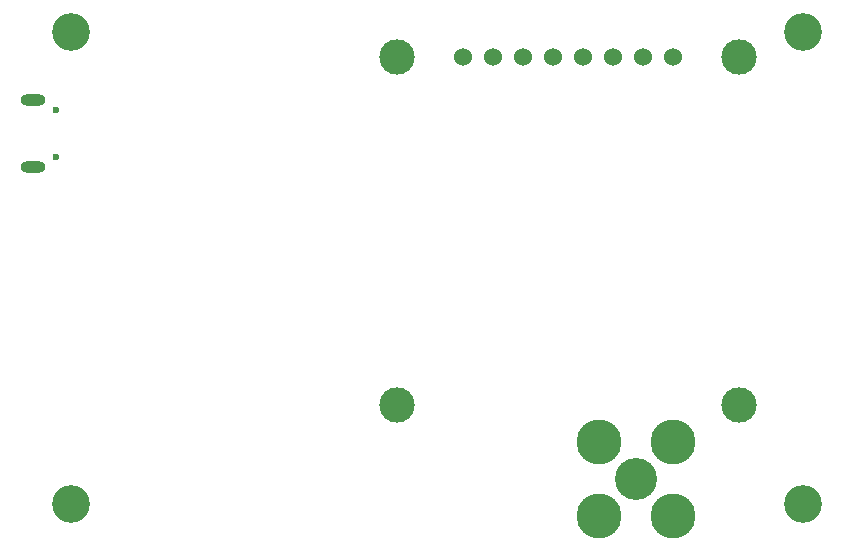
<source format=gbr>
%TF.GenerationSoftware,KiCad,Pcbnew,(5.99.0-10363-ga7f956581c)*%
%TF.CreationDate,2021-04-24T20:18:21-04:00*%
%TF.ProjectId,NTP_PPS_Board,4e54505f-5050-4535-9f42-6f6172642e6b,rev?*%
%TF.SameCoordinates,Original*%
%TF.FileFunction,Soldermask,Bot*%
%TF.FilePolarity,Negative*%
%FSLAX46Y46*%
G04 Gerber Fmt 4.6, Leading zero omitted, Abs format (unit mm)*
G04 Created by KiCad (PCBNEW (5.99.0-10363-ga7f956581c)) date 2021-04-24 20:18:21*
%MOMM*%
%LPD*%
G01*
G04 APERTURE LIST*
G04 Aperture macros list*
%AMRoundRect*
0 Rectangle with rounded corners*
0 $1 Rounding radius*
0 $2 $3 $4 $5 $6 $7 $8 $9 X,Y pos of 4 corners*
0 Add a 4 corners polygon primitive as box body*
4,1,4,$2,$3,$4,$5,$6,$7,$8,$9,$2,$3,0*
0 Add four circle primitives for the rounded corners*
1,1,$1+$1,$2,$3*
1,1,$1+$1,$4,$5*
1,1,$1+$1,$6,$7*
1,1,$1+$1,$8,$9*
0 Add four rect primitives between the rounded corners*
20,1,$1+$1,$2,$3,$4,$5,0*
20,1,$1+$1,$4,$5,$6,$7,0*
20,1,$1+$1,$6,$7,$8,$9,0*
20,1,$1+$1,$8,$9,$2,$3,0*%
G04 Aperture macros list end*
%ADD10C,3.200000*%
%ADD11C,3.000000*%
%ADD12C,1.524000*%
%ADD13C,0.600000*%
%ADD14RoundRect,0.475000X-0.600000X0.000000X-0.600000X0.000000X0.600000X0.000000X0.600000X0.000000X0*%
%ADD15C,3.556000*%
%ADD16C,3.810000*%
G04 APERTURE END LIST*
D10*
%TO.C,H2*%
X92000000Y-115000000D03*
%TD*%
%TO.C,H4*%
X154000000Y-75000000D03*
%TD*%
%TO.C,H1*%
X92000000Y-75000000D03*
%TD*%
%TO.C,H3*%
X154000000Y-115000000D03*
%TD*%
D11*
%TO.C,U4*%
X119622000Y-77131500D03*
X148578000Y-77131500D03*
X148578000Y-106595500D03*
X119622000Y-106595500D03*
D12*
X125210000Y-77131500D03*
X127750000Y-77131500D03*
X130290000Y-77131500D03*
X132830000Y-77131500D03*
X135370000Y-77131500D03*
X137910000Y-77131500D03*
X140450000Y-77131500D03*
X142990000Y-77131500D03*
%TD*%
D13*
%TO.C,J1*%
X90800000Y-81600000D03*
X90800000Y-85600000D03*
D14*
X88800000Y-86425000D03*
X88800000Y-80775000D03*
%TD*%
D15*
%TO.C,Je1*%
X139900000Y-112900000D03*
D16*
X136770000Y-116030000D03*
X143030000Y-116030000D03*
X143030000Y-109770000D03*
X136770000Y-109770000D03*
%TD*%
M02*

</source>
